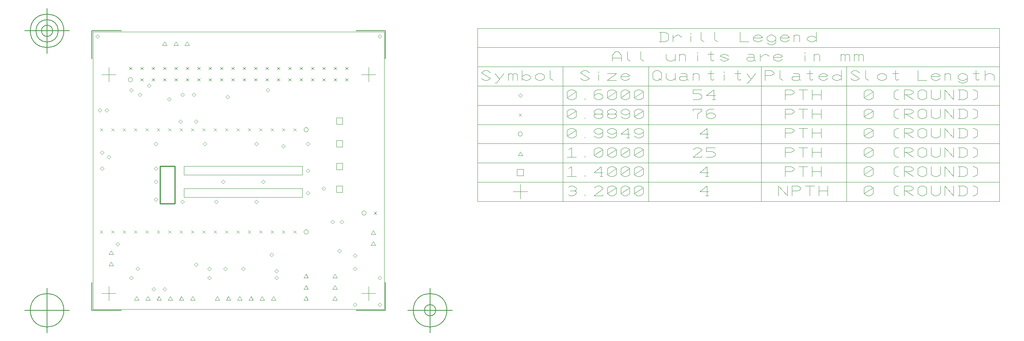
<source format=gbr>
G04 Generated by Ultiboard 14.0 *
%FSLAX34Y34*%
%MOMM*%

%ADD10C,0.0001*%
%ADD11C,0.1000*%
%ADD12C,0.0100*%
%ADD13C,0.0010*%
%ADD14C,0.2540*%
%ADD15C,0.1270*%


G04 ColorRGB 000000 for the following layer *
%LNDrill Symbols-Copper Top-Copper Bottom*%
%LPD*%
G54D11*
X35000Y19000D02*
X35000Y51000D01*
X19000Y35000D02*
X51000Y35000D01*
X599000Y525000D02*
X631000Y525000D01*
X615000Y509000D02*
X615000Y541000D01*
X19000Y525000D02*
X51000Y525000D01*
X35000Y509000D02*
X35000Y541000D01*
X599000Y35000D02*
X631000Y35000D01*
X615000Y19000D02*
X615000Y51000D01*
X543000Y261800D02*
X557000Y261800D01*
X557000Y275800D01*
X543000Y275800D01*
X543000Y261800D01*
X543000Y312600D02*
X557000Y312600D01*
X557000Y326600D01*
X543000Y326600D01*
X543000Y312600D01*
X543000Y363400D02*
X557000Y363400D01*
X557000Y377400D01*
X543000Y377400D01*
X543000Y363400D01*
X543000Y414200D02*
X557000Y414200D01*
X557000Y428200D01*
X543000Y428200D01*
X543000Y414200D01*
X217500Y19750D02*
X227500Y19750D01*
X222500Y28286D01*
X217500Y19750D01*
X192500Y19750D02*
X202500Y19750D01*
X197500Y28286D01*
X192500Y19750D01*
X167500Y19750D02*
X177500Y19750D01*
X172500Y28286D01*
X167500Y19750D01*
X142500Y19750D02*
X152500Y19750D01*
X147500Y28286D01*
X142500Y19750D01*
X117500Y19750D02*
X127500Y19750D01*
X122500Y28286D01*
X117500Y19750D01*
X92500Y19750D02*
X102500Y19750D01*
X97500Y28286D01*
X92500Y19750D01*
X397500Y19750D02*
X407500Y19750D01*
X402500Y28286D01*
X397500Y19750D01*
X372500Y19750D02*
X382500Y19750D01*
X377500Y28286D01*
X372500Y19750D01*
X347500Y19750D02*
X357500Y19750D01*
X352500Y28286D01*
X347500Y19750D01*
X322500Y19750D02*
X332500Y19750D01*
X327500Y28286D01*
X322500Y19750D01*
X297500Y19750D02*
X307500Y19750D01*
X302500Y28286D01*
X297500Y19750D01*
X272500Y19750D02*
X282500Y19750D01*
X277500Y28286D01*
X272500Y19750D01*
X470250Y70000D02*
X480250Y70000D01*
X475250Y78536D01*
X470250Y70000D01*
X470250Y45000D02*
X480250Y45000D01*
X475250Y53536D01*
X470250Y45000D01*
X470250Y20000D02*
X480250Y20000D01*
X475250Y28536D01*
X470250Y20000D01*
X535250Y70000D02*
X545250Y70000D01*
X540250Y78536D01*
X535250Y70000D01*
X535250Y45000D02*
X545250Y45000D01*
X540250Y53536D01*
X535250Y45000D01*
X535250Y20000D02*
X545250Y20000D01*
X540250Y28536D01*
X535250Y20000D01*
X620250Y167500D02*
X630250Y167500D01*
X625250Y176036D01*
X620250Y167500D01*
X620250Y142500D02*
X630250Y142500D01*
X625250Y151036D01*
X620250Y142500D01*
X35250Y122500D02*
X45250Y122500D01*
X40250Y131036D01*
X35250Y122500D01*
X35250Y97500D02*
X45250Y97500D01*
X40250Y106036D01*
X35250Y97500D01*
X155000Y590250D02*
X165000Y590250D01*
X160000Y598786D01*
X155000Y590250D01*
X180000Y590250D02*
X190000Y590250D01*
X185000Y598786D01*
X180000Y590250D01*
X205000Y590250D02*
X215000Y590250D01*
X210000Y598786D01*
X205000Y590250D01*
X953770Y246770D02*
X953770Y278770D01*
X937770Y262770D02*
X969770Y262770D01*
X1061437Y273484D02*
X1064770Y275627D01*
X1071437Y275627D01*
X1078103Y271341D01*
X1078103Y267056D01*
X1074770Y264913D01*
X1078103Y262770D01*
X1078103Y258484D01*
X1071437Y254199D01*
X1064770Y254199D01*
X1061437Y256341D01*
X1064770Y264913D02*
X1074770Y264913D01*
X1098103Y254199D02*
X1098103Y256341D01*
X1118103Y271341D02*
X1124770Y275627D01*
X1131437Y275627D01*
X1138103Y271341D01*
X1138103Y269199D01*
X1118103Y254199D01*
X1138103Y254199D01*
X1138103Y256341D01*
X1148103Y271341D02*
X1154770Y275627D01*
X1161437Y275627D01*
X1168103Y271341D01*
X1168103Y258484D01*
X1161437Y254199D01*
X1154770Y254199D01*
X1148103Y258484D01*
X1148103Y271341D01*
X1168103Y271341D02*
X1148103Y258484D01*
X1178103Y271341D02*
X1184770Y275627D01*
X1191437Y275627D01*
X1198103Y271341D01*
X1198103Y258484D01*
X1191437Y254199D01*
X1184770Y254199D01*
X1178103Y258484D01*
X1178103Y271341D01*
X1198103Y271341D02*
X1178103Y258484D01*
X1208103Y271341D02*
X1214770Y275627D01*
X1221437Y275627D01*
X1228103Y271341D01*
X1228103Y258484D01*
X1221437Y254199D01*
X1214770Y254199D01*
X1208103Y258484D01*
X1208103Y271341D01*
X1228103Y271341D02*
X1208103Y258484D01*
X1374103Y262770D02*
X1354103Y262770D01*
X1370770Y275627D01*
X1370770Y254199D01*
X1367437Y254199D02*
X1374103Y254199D01*
X1530103Y254199D02*
X1530103Y275627D01*
X1550103Y254199D01*
X1550103Y275627D01*
X1560103Y254199D02*
X1560103Y275627D01*
X1573437Y275627D01*
X1580103Y271341D01*
X1580103Y269199D01*
X1573437Y264913D01*
X1560103Y264913D01*
X1600103Y254199D02*
X1600103Y275627D01*
X1590103Y275627D02*
X1610103Y275627D01*
X1620103Y254199D02*
X1620103Y275627D01*
X1640103Y254199D02*
X1640103Y275627D01*
X1620103Y264913D02*
X1640103Y264913D01*
X1721103Y271341D02*
X1727770Y275627D01*
X1734437Y275627D01*
X1741103Y271341D01*
X1741103Y258484D01*
X1734437Y254199D01*
X1727770Y254199D01*
X1721103Y258484D01*
X1721103Y271341D01*
X1741103Y271341D02*
X1721103Y258484D01*
X1797770Y254199D02*
X1794437Y254199D01*
X1787770Y258484D01*
X1787770Y271341D01*
X1794437Y275627D01*
X1797770Y275627D01*
X1811103Y254199D02*
X1811103Y275627D01*
X1824437Y275627D01*
X1831103Y271341D01*
X1831103Y269199D01*
X1824437Y264913D01*
X1811103Y264913D01*
X1814437Y264913D02*
X1831103Y254199D01*
X1841103Y258484D02*
X1847770Y254199D01*
X1854437Y254199D01*
X1861103Y258484D01*
X1861103Y271341D01*
X1854437Y275627D01*
X1847770Y275627D01*
X1841103Y271341D01*
X1841103Y258484D01*
X1871103Y275627D02*
X1871103Y258484D01*
X1877770Y254199D01*
X1884437Y254199D01*
X1891103Y258484D01*
X1891103Y275627D01*
X1901103Y254199D02*
X1901103Y275627D01*
X1921103Y254199D01*
X1921103Y275627D01*
X1931103Y254199D02*
X1944437Y254199D01*
X1951103Y258484D01*
X1951103Y271341D01*
X1944437Y275627D01*
X1931103Y275627D01*
X1934437Y275627D02*
X1934437Y254199D01*
X1964437Y275627D02*
X1967770Y275627D01*
X1974437Y271341D01*
X1974437Y258484D01*
X1967770Y254199D01*
X1964437Y254199D01*
X946770Y298770D02*
X960770Y298770D01*
X960770Y312770D01*
X946770Y312770D01*
X946770Y298770D01*
X1061437Y314341D02*
X1068103Y318627D01*
X1068103Y297199D01*
X1058103Y297199D02*
X1078103Y297199D01*
X1098103Y297199D02*
X1098103Y299341D01*
X1138103Y305770D02*
X1118103Y305770D01*
X1134770Y318627D01*
X1134770Y297199D01*
X1131437Y297199D02*
X1138103Y297199D01*
X1148103Y314341D02*
X1154770Y318627D01*
X1161437Y318627D01*
X1168103Y314341D01*
X1168103Y301484D01*
X1161437Y297199D01*
X1154770Y297199D01*
X1148103Y301484D01*
X1148103Y314341D01*
X1168103Y314341D02*
X1148103Y301484D01*
X1178103Y314341D02*
X1184770Y318627D01*
X1191437Y318627D01*
X1198103Y314341D01*
X1198103Y301484D01*
X1191437Y297199D01*
X1184770Y297199D01*
X1178103Y301484D01*
X1178103Y314341D01*
X1198103Y314341D02*
X1178103Y301484D01*
X1208103Y314341D02*
X1214770Y318627D01*
X1221437Y318627D01*
X1228103Y314341D01*
X1228103Y301484D01*
X1221437Y297199D01*
X1214770Y297199D01*
X1208103Y301484D01*
X1208103Y314341D01*
X1228103Y314341D02*
X1208103Y301484D01*
X1374103Y305770D02*
X1354103Y305770D01*
X1370770Y318627D01*
X1370770Y297199D01*
X1367437Y297199D02*
X1374103Y297199D01*
X1545103Y297199D02*
X1545103Y318627D01*
X1558437Y318627D01*
X1565103Y314341D01*
X1565103Y312199D01*
X1558437Y307913D01*
X1545103Y307913D01*
X1585103Y297199D02*
X1585103Y318627D01*
X1575103Y318627D02*
X1595103Y318627D01*
X1605103Y297199D02*
X1605103Y318627D01*
X1625103Y297199D02*
X1625103Y318627D01*
X1605103Y307913D02*
X1625103Y307913D01*
X1721103Y314341D02*
X1727770Y318627D01*
X1734437Y318627D01*
X1741103Y314341D01*
X1741103Y301484D01*
X1734437Y297199D01*
X1727770Y297199D01*
X1721103Y301484D01*
X1721103Y314341D01*
X1741103Y314341D02*
X1721103Y301484D01*
X1797770Y297199D02*
X1794437Y297199D01*
X1787770Y301484D01*
X1787770Y314341D01*
X1794437Y318627D01*
X1797770Y318627D01*
X1811103Y297199D02*
X1811103Y318627D01*
X1824437Y318627D01*
X1831103Y314341D01*
X1831103Y312199D01*
X1824437Y307913D01*
X1811103Y307913D01*
X1814437Y307913D02*
X1831103Y297199D01*
X1841103Y301484D02*
X1847770Y297199D01*
X1854437Y297199D01*
X1861103Y301484D01*
X1861103Y314341D01*
X1854437Y318627D01*
X1847770Y318627D01*
X1841103Y314341D01*
X1841103Y301484D01*
X1871103Y318627D02*
X1871103Y301484D01*
X1877770Y297199D01*
X1884437Y297199D01*
X1891103Y301484D01*
X1891103Y318627D01*
X1901103Y297199D02*
X1901103Y318627D01*
X1921103Y297199D01*
X1921103Y318627D01*
X1931103Y297199D02*
X1944437Y297199D01*
X1951103Y301484D01*
X1951103Y314341D01*
X1944437Y318627D01*
X1931103Y318627D01*
X1934437Y318627D02*
X1934437Y297199D01*
X1964437Y318627D02*
X1967770Y318627D01*
X1974437Y314341D01*
X1974437Y301484D01*
X1967770Y297199D01*
X1964437Y297199D01*
X1061437Y357341D02*
X1068103Y361627D01*
X1068103Y340199D01*
X1058103Y340199D02*
X1078103Y340199D01*
X1098103Y340199D02*
X1098103Y342341D01*
X1118103Y357341D02*
X1124770Y361627D01*
X1131437Y361627D01*
X1138103Y357341D01*
X1138103Y344484D01*
X1131437Y340199D01*
X1124770Y340199D01*
X1118103Y344484D01*
X1118103Y357341D01*
X1138103Y357341D02*
X1118103Y344484D01*
X1148103Y357341D02*
X1154770Y361627D01*
X1161437Y361627D01*
X1168103Y357341D01*
X1168103Y344484D01*
X1161437Y340199D01*
X1154770Y340199D01*
X1148103Y344484D01*
X1148103Y357341D01*
X1168103Y357341D02*
X1148103Y344484D01*
X1178103Y357341D02*
X1184770Y361627D01*
X1191437Y361627D01*
X1198103Y357341D01*
X1198103Y344484D01*
X1191437Y340199D01*
X1184770Y340199D01*
X1178103Y344484D01*
X1178103Y357341D01*
X1198103Y357341D02*
X1178103Y344484D01*
X1208103Y357341D02*
X1214770Y361627D01*
X1221437Y361627D01*
X1228103Y357341D01*
X1228103Y344484D01*
X1221437Y340199D01*
X1214770Y340199D01*
X1208103Y344484D01*
X1208103Y357341D01*
X1228103Y357341D02*
X1208103Y344484D01*
X1339103Y357341D02*
X1345770Y361627D01*
X1352437Y361627D01*
X1359103Y357341D01*
X1359103Y355199D01*
X1339103Y340199D01*
X1359103Y340199D01*
X1359103Y342341D01*
X1389103Y361627D02*
X1369103Y361627D01*
X1369103Y353056D01*
X1382437Y353056D01*
X1389103Y348770D01*
X1389103Y344484D01*
X1382437Y340199D01*
X1369103Y340199D01*
X1545103Y340199D02*
X1545103Y361627D01*
X1558437Y361627D01*
X1565103Y357341D01*
X1565103Y355199D01*
X1558437Y350913D01*
X1545103Y350913D01*
X1585103Y340199D02*
X1585103Y361627D01*
X1575103Y361627D02*
X1595103Y361627D01*
X1605103Y340199D02*
X1605103Y361627D01*
X1625103Y340199D02*
X1625103Y361627D01*
X1605103Y350913D02*
X1625103Y350913D01*
X1721103Y357341D02*
X1727770Y361627D01*
X1734437Y361627D01*
X1741103Y357341D01*
X1741103Y344484D01*
X1734437Y340199D01*
X1727770Y340199D01*
X1721103Y344484D01*
X1721103Y357341D01*
X1741103Y357341D02*
X1721103Y344484D01*
X1797770Y340199D02*
X1794437Y340199D01*
X1787770Y344484D01*
X1787770Y357341D01*
X1794437Y361627D01*
X1797770Y361627D01*
X1811103Y340199D02*
X1811103Y361627D01*
X1824437Y361627D01*
X1831103Y357341D01*
X1831103Y355199D01*
X1824437Y350913D01*
X1811103Y350913D01*
X1814437Y350913D02*
X1831103Y340199D01*
X1841103Y344484D02*
X1847770Y340199D01*
X1854437Y340199D01*
X1861103Y344484D01*
X1861103Y357341D01*
X1854437Y361627D01*
X1847770Y361627D01*
X1841103Y357341D01*
X1841103Y344484D01*
X1871103Y361627D02*
X1871103Y344484D01*
X1877770Y340199D01*
X1884437Y340199D01*
X1891103Y344484D01*
X1891103Y361627D01*
X1901103Y340199D02*
X1901103Y361627D01*
X1921103Y340199D01*
X1921103Y361627D01*
X1931103Y340199D02*
X1944437Y340199D01*
X1951103Y344484D01*
X1951103Y357341D01*
X1944437Y361627D01*
X1931103Y361627D01*
X1934437Y361627D02*
X1934437Y340199D01*
X1964437Y361627D02*
X1967770Y361627D01*
X1974437Y357341D01*
X1974437Y344484D01*
X1967770Y340199D01*
X1964437Y340199D01*
X948770Y343770D02*
X958770Y343770D01*
X953770Y352306D01*
X948770Y343770D01*
X1058103Y400341D02*
X1064770Y404627D01*
X1071437Y404627D01*
X1078103Y400341D01*
X1078103Y387484D01*
X1071437Y383199D01*
X1064770Y383199D01*
X1058103Y387484D01*
X1058103Y400341D01*
X1078103Y400341D02*
X1058103Y387484D01*
X1098103Y383199D02*
X1098103Y385341D01*
X1118103Y387484D02*
X1124770Y383199D01*
X1131437Y383199D01*
X1138103Y387484D01*
X1138103Y396056D01*
X1138103Y400341D01*
X1131437Y404627D01*
X1124770Y404627D01*
X1118103Y400341D01*
X1118103Y396056D01*
X1124770Y391770D01*
X1131437Y391770D01*
X1138103Y396056D01*
X1148103Y387484D02*
X1154770Y383199D01*
X1161437Y383199D01*
X1168103Y387484D01*
X1168103Y396056D01*
X1168103Y400341D01*
X1161437Y404627D01*
X1154770Y404627D01*
X1148103Y400341D01*
X1148103Y396056D01*
X1154770Y391770D01*
X1161437Y391770D01*
X1168103Y396056D01*
X1198103Y391770D02*
X1178103Y391770D01*
X1194770Y404627D01*
X1194770Y383199D01*
X1191437Y383199D02*
X1198103Y383199D01*
X1208103Y387484D02*
X1214770Y383199D01*
X1221437Y383199D01*
X1228103Y387484D01*
X1228103Y396056D01*
X1228103Y400341D01*
X1221437Y404627D01*
X1214770Y404627D01*
X1208103Y400341D01*
X1208103Y396056D01*
X1214770Y391770D01*
X1221437Y391770D01*
X1228103Y396056D01*
X1374103Y391770D02*
X1354103Y391770D01*
X1370770Y404627D01*
X1370770Y383199D01*
X1367437Y383199D02*
X1374103Y383199D01*
X1545103Y383199D02*
X1545103Y404627D01*
X1558437Y404627D01*
X1565103Y400341D01*
X1565103Y398199D01*
X1558437Y393913D01*
X1545103Y393913D01*
X1585103Y383199D02*
X1585103Y404627D01*
X1575103Y404627D02*
X1595103Y404627D01*
X1605103Y383199D02*
X1605103Y404627D01*
X1625103Y383199D02*
X1625103Y404627D01*
X1605103Y393913D02*
X1625103Y393913D01*
X1721103Y400341D02*
X1727770Y404627D01*
X1734437Y404627D01*
X1741103Y400341D01*
X1741103Y387484D01*
X1734437Y383199D01*
X1727770Y383199D01*
X1721103Y387484D01*
X1721103Y400341D01*
X1741103Y400341D02*
X1721103Y387484D01*
X1797770Y383199D02*
X1794437Y383199D01*
X1787770Y387484D01*
X1787770Y400341D01*
X1794437Y404627D01*
X1797770Y404627D01*
X1811103Y383199D02*
X1811103Y404627D01*
X1824437Y404627D01*
X1831103Y400341D01*
X1831103Y398199D01*
X1824437Y393913D01*
X1811103Y393913D01*
X1814437Y393913D02*
X1831103Y383199D01*
X1841103Y387484D02*
X1847770Y383199D01*
X1854437Y383199D01*
X1861103Y387484D01*
X1861103Y400341D01*
X1854437Y404627D01*
X1847770Y404627D01*
X1841103Y400341D01*
X1841103Y387484D01*
X1871103Y404627D02*
X1871103Y387484D01*
X1877770Y383199D01*
X1884437Y383199D01*
X1891103Y387484D01*
X1891103Y404627D01*
X1901103Y383199D02*
X1901103Y404627D01*
X1921103Y383199D01*
X1921103Y404627D01*
X1931103Y383199D02*
X1944437Y383199D01*
X1951103Y387484D01*
X1951103Y400341D01*
X1944437Y404627D01*
X1931103Y404627D01*
X1934437Y404627D02*
X1934437Y383199D01*
X1964437Y404627D02*
X1967770Y404627D01*
X1974437Y400341D01*
X1974437Y387484D01*
X1967770Y383199D01*
X1964437Y383199D01*
X1058103Y443341D02*
X1064770Y447627D01*
X1071437Y447627D01*
X1078103Y443341D01*
X1078103Y430484D01*
X1071437Y426199D01*
X1064770Y426199D01*
X1058103Y430484D01*
X1058103Y443341D01*
X1078103Y443341D02*
X1058103Y430484D01*
X1098103Y426199D02*
X1098103Y428341D01*
X1131437Y426199D02*
X1124770Y426199D01*
X1118103Y430484D01*
X1118103Y434770D01*
X1121437Y436913D01*
X1118103Y439056D01*
X1118103Y443341D01*
X1124770Y447627D01*
X1131437Y447627D01*
X1138103Y443341D01*
X1138103Y439056D01*
X1134770Y436913D01*
X1138103Y434770D01*
X1138103Y430484D01*
X1131437Y426199D01*
X1121437Y436913D02*
X1134770Y436913D01*
X1161437Y426199D02*
X1154770Y426199D01*
X1148103Y430484D01*
X1148103Y434770D01*
X1151437Y436913D01*
X1148103Y439056D01*
X1148103Y443341D01*
X1154770Y447627D01*
X1161437Y447627D01*
X1168103Y443341D01*
X1168103Y439056D01*
X1164770Y436913D01*
X1168103Y434770D01*
X1168103Y430484D01*
X1161437Y426199D01*
X1151437Y436913D02*
X1164770Y436913D01*
X1178103Y430484D02*
X1184770Y426199D01*
X1191437Y426199D01*
X1198103Y430484D01*
X1198103Y439056D01*
X1198103Y443341D01*
X1191437Y447627D01*
X1184770Y447627D01*
X1178103Y443341D01*
X1178103Y439056D01*
X1184770Y434770D01*
X1191437Y434770D01*
X1198103Y439056D01*
X1208103Y443341D02*
X1214770Y447627D01*
X1221437Y447627D01*
X1228103Y443341D01*
X1228103Y430484D01*
X1221437Y426199D01*
X1214770Y426199D01*
X1208103Y430484D01*
X1208103Y443341D01*
X1228103Y443341D02*
X1208103Y430484D01*
X1349103Y426199D02*
X1349103Y436913D01*
X1359103Y443341D01*
X1359103Y447627D01*
X1339103Y447627D01*
X1339103Y443341D01*
X1385770Y447627D02*
X1375770Y447627D01*
X1369103Y443341D01*
X1369103Y434770D01*
X1369103Y430484D01*
X1375770Y426199D01*
X1382437Y426199D01*
X1389103Y430484D01*
X1389103Y434770D01*
X1382437Y439056D01*
X1375770Y439056D01*
X1369103Y434770D01*
X1545103Y426199D02*
X1545103Y447627D01*
X1558437Y447627D01*
X1565103Y443341D01*
X1565103Y441199D01*
X1558437Y436913D01*
X1545103Y436913D01*
X1585103Y426199D02*
X1585103Y447627D01*
X1575103Y447627D02*
X1595103Y447627D01*
X1605103Y426199D02*
X1605103Y447627D01*
X1625103Y426199D02*
X1625103Y447627D01*
X1605103Y436913D02*
X1625103Y436913D01*
X1721103Y443341D02*
X1727770Y447627D01*
X1734437Y447627D01*
X1741103Y443341D01*
X1741103Y430484D01*
X1734437Y426199D01*
X1727770Y426199D01*
X1721103Y430484D01*
X1721103Y443341D01*
X1741103Y443341D02*
X1721103Y430484D01*
X1797770Y426199D02*
X1794437Y426199D01*
X1787770Y430484D01*
X1787770Y443341D01*
X1794437Y447627D01*
X1797770Y447627D01*
X1811103Y426199D02*
X1811103Y447627D01*
X1824437Y447627D01*
X1831103Y443341D01*
X1831103Y441199D01*
X1824437Y436913D01*
X1811103Y436913D01*
X1814437Y436913D02*
X1831103Y426199D01*
X1841103Y430484D02*
X1847770Y426199D01*
X1854437Y426199D01*
X1861103Y430484D01*
X1861103Y443341D01*
X1854437Y447627D01*
X1847770Y447627D01*
X1841103Y443341D01*
X1841103Y430484D01*
X1871103Y447627D02*
X1871103Y430484D01*
X1877770Y426199D01*
X1884437Y426199D01*
X1891103Y430484D01*
X1891103Y447627D01*
X1901103Y426199D02*
X1901103Y447627D01*
X1921103Y426199D01*
X1921103Y447627D01*
X1931103Y426199D02*
X1944437Y426199D01*
X1951103Y430484D01*
X1951103Y443341D01*
X1944437Y447627D01*
X1931103Y447627D01*
X1934437Y447627D02*
X1934437Y426199D01*
X1964437Y447627D02*
X1967770Y447627D01*
X1974437Y443341D01*
X1974437Y430484D01*
X1967770Y426199D01*
X1964437Y426199D01*
X1058103Y486341D02*
X1064770Y490627D01*
X1071437Y490627D01*
X1078103Y486341D01*
X1078103Y473484D01*
X1071437Y469199D01*
X1064770Y469199D01*
X1058103Y473484D01*
X1058103Y486341D01*
X1078103Y486341D02*
X1058103Y473484D01*
X1098103Y469199D02*
X1098103Y471341D01*
X1134770Y490627D02*
X1124770Y490627D01*
X1118103Y486341D01*
X1118103Y477770D01*
X1118103Y473484D01*
X1124770Y469199D01*
X1131437Y469199D01*
X1138103Y473484D01*
X1138103Y477770D01*
X1131437Y482056D01*
X1124770Y482056D01*
X1118103Y477770D01*
X1148103Y486341D02*
X1154770Y490627D01*
X1161437Y490627D01*
X1168103Y486341D01*
X1168103Y473484D01*
X1161437Y469199D01*
X1154770Y469199D01*
X1148103Y473484D01*
X1148103Y486341D01*
X1168103Y486341D02*
X1148103Y473484D01*
X1178103Y486341D02*
X1184770Y490627D01*
X1191437Y490627D01*
X1198103Y486341D01*
X1198103Y473484D01*
X1191437Y469199D01*
X1184770Y469199D01*
X1178103Y473484D01*
X1178103Y486341D01*
X1198103Y486341D02*
X1178103Y473484D01*
X1208103Y486341D02*
X1214770Y490627D01*
X1221437Y490627D01*
X1228103Y486341D01*
X1228103Y473484D01*
X1221437Y469199D01*
X1214770Y469199D01*
X1208103Y473484D01*
X1208103Y486341D01*
X1228103Y486341D02*
X1208103Y473484D01*
X1359103Y490627D02*
X1339103Y490627D01*
X1339103Y482056D01*
X1352437Y482056D01*
X1359103Y477770D01*
X1359103Y473484D01*
X1352437Y469199D01*
X1339103Y469199D01*
X1389103Y477770D02*
X1369103Y477770D01*
X1385770Y490627D01*
X1385770Y469199D01*
X1382437Y469199D02*
X1389103Y469199D01*
X1545103Y469199D02*
X1545103Y490627D01*
X1558437Y490627D01*
X1565103Y486341D01*
X1565103Y484199D01*
X1558437Y479913D01*
X1545103Y479913D01*
X1585103Y469199D02*
X1585103Y490627D01*
X1575103Y490627D02*
X1595103Y490627D01*
X1605103Y469199D02*
X1605103Y490627D01*
X1625103Y469199D02*
X1625103Y490627D01*
X1605103Y479913D02*
X1625103Y479913D01*
X1721103Y486341D02*
X1727770Y490627D01*
X1734437Y490627D01*
X1741103Y486341D01*
X1741103Y473484D01*
X1734437Y469199D01*
X1727770Y469199D01*
X1721103Y473484D01*
X1721103Y486341D01*
X1741103Y486341D02*
X1721103Y473484D01*
X1797770Y469199D02*
X1794437Y469199D01*
X1787770Y473484D01*
X1787770Y486341D01*
X1794437Y490627D01*
X1797770Y490627D01*
X1811103Y469199D02*
X1811103Y490627D01*
X1824437Y490627D01*
X1831103Y486341D01*
X1831103Y484199D01*
X1824437Y479913D01*
X1811103Y479913D01*
X1814437Y479913D02*
X1831103Y469199D01*
X1841103Y473484D02*
X1847770Y469199D01*
X1854437Y469199D01*
X1861103Y473484D01*
X1861103Y486341D01*
X1854437Y490627D01*
X1847770Y490627D01*
X1841103Y486341D01*
X1841103Y473484D01*
X1871103Y490627D02*
X1871103Y473484D01*
X1877770Y469199D01*
X1884437Y469199D01*
X1891103Y473484D01*
X1891103Y490627D01*
X1901103Y469199D02*
X1901103Y490627D01*
X1921103Y469199D01*
X1921103Y490627D01*
X1931103Y469199D02*
X1944437Y469199D01*
X1951103Y473484D01*
X1951103Y486341D01*
X1944437Y490627D01*
X1931103Y490627D01*
X1934437Y490627D02*
X1934437Y469199D01*
X1964437Y490627D02*
X1967770Y490627D01*
X1974437Y486341D01*
X1974437Y473484D01*
X1967770Y469199D01*
X1964437Y469199D01*
G54D12*
X563173Y510173D02*
X569459Y516459D01*
X563173Y516459D02*
X569459Y510173D01*
X563173Y535573D02*
X569459Y541859D01*
X563173Y541859D02*
X569459Y535573D01*
X232973Y510173D02*
X239259Y516459D01*
X232973Y516459D02*
X239259Y510173D01*
X232973Y541859D02*
X239259Y535573D01*
X232973Y535573D02*
X239259Y541859D01*
X78741Y513316D02*
G75*
D01*
G02X78741Y513316I4975J0*
G01*
X80573Y535573D02*
X86859Y541859D01*
X80573Y541859D02*
X86859Y535573D01*
X156773Y516459D02*
X163059Y510173D01*
X156773Y510173D02*
X163059Y516459D01*
X156773Y535573D02*
X163059Y541859D01*
X156773Y541859D02*
X163059Y535573D01*
X105973Y510173D02*
X112259Y516459D01*
X105973Y516459D02*
X112259Y510173D01*
X105973Y541859D02*
X112259Y535573D01*
X105973Y535573D02*
X112259Y541859D01*
X131373Y510173D02*
X137659Y516459D01*
X131373Y516459D02*
X137659Y510173D01*
X131373Y541859D02*
X137659Y535573D01*
X131373Y535573D02*
X137659Y541859D01*
X182173Y510173D02*
X188459Y516459D01*
X182173Y516459D02*
X188459Y510173D01*
X182173Y541859D02*
X188459Y535573D01*
X182173Y535573D02*
X188459Y541859D01*
X207573Y510173D02*
X213859Y516459D01*
X207573Y516459D02*
X213859Y510173D01*
X207573Y535573D02*
X213859Y541859D01*
X207573Y541859D02*
X213859Y535573D01*
X385373Y510173D02*
X391659Y516459D01*
X385373Y516459D02*
X391659Y510173D01*
X385373Y541859D02*
X391659Y535573D01*
X385373Y535573D02*
X391659Y541859D01*
X309173Y510173D02*
X315459Y516459D01*
X309173Y516459D02*
X315459Y510173D01*
X309173Y535573D02*
X315459Y541859D01*
X309173Y541859D02*
X315459Y535573D01*
X283773Y516459D02*
X290059Y510173D01*
X283773Y510173D02*
X290059Y516459D01*
X283773Y535573D02*
X290059Y541859D01*
X283773Y541859D02*
X290059Y535573D01*
X258373Y516459D02*
X264659Y510173D01*
X258373Y510173D02*
X264659Y516459D01*
X258373Y535573D02*
X264659Y541859D01*
X258373Y541859D02*
X264659Y535573D01*
X359973Y510173D02*
X366259Y516459D01*
X359973Y516459D02*
X366259Y510173D01*
X359973Y535573D02*
X366259Y541859D01*
X359973Y541859D02*
X366259Y535573D01*
X334573Y516459D02*
X340859Y510173D01*
X334573Y510173D02*
X340859Y516459D01*
X334573Y535573D02*
X340859Y541859D01*
X334573Y541859D02*
X340859Y535573D01*
X436173Y510173D02*
X442459Y516459D01*
X436173Y516459D02*
X442459Y510173D01*
X436173Y541859D02*
X442459Y535573D01*
X436173Y535573D02*
X442459Y541859D01*
X410773Y516459D02*
X417059Y510173D01*
X410773Y510173D02*
X417059Y516459D01*
X410773Y535573D02*
X417059Y541859D01*
X410773Y541859D02*
X417059Y535573D01*
X461573Y510173D02*
X467859Y516459D01*
X461573Y516459D02*
X467859Y510173D01*
X461573Y535573D02*
X467859Y541859D01*
X461573Y541859D02*
X467859Y535573D01*
X512373Y516459D02*
X518659Y510173D01*
X512373Y510173D02*
X518659Y516459D01*
X512373Y541859D02*
X518659Y535573D01*
X512373Y535573D02*
X518659Y541859D01*
X486973Y516459D02*
X493259Y510173D01*
X486973Y510173D02*
X493259Y516459D01*
X486973Y541859D02*
X493259Y535573D01*
X486973Y535573D02*
X493259Y541859D01*
X537773Y516459D02*
X544059Y510173D01*
X537773Y510173D02*
X544059Y516459D01*
X537773Y541859D02*
X544059Y535573D01*
X537773Y535573D02*
X544059Y541859D01*
X85000Y65757D02*
X89243Y70000D01*
X85000Y74243D01*
X80757Y70000D01*
X85000Y65757D01*
X480000Y365757D02*
X484243Y370000D01*
X480000Y374243D01*
X475757Y370000D01*
X480000Y365757D01*
X300000Y470757D02*
X304243Y475000D01*
X300000Y479243D01*
X295757Y475000D01*
X300000Y470757D01*
X535000Y190757D02*
X539243Y195000D01*
X535000Y199243D01*
X530757Y195000D01*
X535000Y190757D01*
X290000Y280757D02*
X294243Y285000D01*
X290000Y289243D01*
X285757Y285000D01*
X290000Y280757D01*
X200000Y235757D02*
X204243Y240000D01*
X200000Y244243D01*
X195757Y240000D01*
X200000Y235757D01*
X275000Y235757D02*
X279243Y240000D01*
X275000Y244243D01*
X270757Y240000D01*
X275000Y235757D01*
X140000Y240757D02*
X144243Y245000D01*
X140000Y249243D01*
X135757Y245000D01*
X140000Y240757D01*
X140000Y310757D02*
X144243Y315000D01*
X140000Y319243D01*
X135757Y315000D01*
X140000Y310757D01*
X140000Y280757D02*
X144243Y285000D01*
X140000Y289243D01*
X135757Y285000D01*
X140000Y280757D01*
X380000Y280757D02*
X384243Y285000D01*
X380000Y289243D01*
X375757Y285000D01*
X380000Y280757D01*
X480000Y255757D02*
X484243Y260000D01*
X480000Y264243D01*
X475757Y260000D01*
X480000Y255757D01*
X480000Y305757D02*
X484243Y310000D01*
X480000Y314243D01*
X475757Y310000D01*
X480000Y305757D01*
X550000Y125757D02*
X554243Y130000D01*
X550000Y134243D01*
X545757Y130000D01*
X550000Y125757D01*
X230000Y95757D02*
X234243Y100000D01*
X230000Y104243D01*
X225757Y100000D01*
X230000Y95757D01*
X55000Y140757D02*
X59243Y145000D01*
X55000Y149243D01*
X50757Y145000D01*
X55000Y140757D01*
X585000Y115757D02*
X589243Y120000D01*
X585000Y124243D01*
X580757Y120000D01*
X585000Y115757D01*
X555000Y190757D02*
X559243Y195000D01*
X555000Y199243D01*
X550757Y195000D01*
X555000Y190757D01*
X20000Y345757D02*
X24243Y350000D01*
X20000Y354243D01*
X15757Y350000D01*
X20000Y345757D01*
X15000Y440757D02*
X19243Y445000D01*
X15000Y449243D01*
X10757Y445000D01*
X15000Y440757D01*
X30000Y440757D02*
X34243Y445000D01*
X30000Y449243D01*
X25757Y445000D01*
X30000Y440757D01*
X515000Y265757D02*
X519243Y270000D01*
X515000Y274243D01*
X510757Y270000D01*
X515000Y265757D01*
X584500Y85957D02*
X588743Y90200D01*
X584500Y94443D01*
X580257Y90200D01*
X584500Y85957D01*
X640000Y65757D02*
X644243Y70000D01*
X640000Y74243D01*
X635757Y70000D01*
X640000Y65757D01*
X585000Y5757D02*
X589243Y10000D01*
X585000Y14243D01*
X580757Y10000D01*
X585000Y5757D01*
X640000Y5757D02*
X644243Y10000D01*
X640000Y14243D01*
X635757Y10000D01*
X640000Y5757D01*
X640000Y605757D02*
X644243Y610000D01*
X640000Y614243D01*
X635757Y610000D01*
X640000Y605757D01*
X10000Y605757D02*
X14243Y610000D01*
X10000Y614243D01*
X5757Y610000D01*
X10000Y605757D01*
X20000Y310757D02*
X24243Y315000D01*
X20000Y319243D01*
X15757Y315000D01*
X20000Y310757D01*
X140000Y365757D02*
X144243Y370000D01*
X140000Y374243D01*
X135757Y370000D01*
X140000Y365757D01*
X250000Y365757D02*
X254243Y370000D01*
X250000Y374243D01*
X245757Y370000D01*
X250000Y365757D01*
X365000Y365757D02*
X369243Y370000D01*
X365000Y374243D01*
X360757Y370000D01*
X365000Y365757D01*
X365000Y235757D02*
X369243Y240000D01*
X365000Y244243D01*
X360757Y240000D01*
X365000Y235757D01*
X425000Y360757D02*
X429243Y365000D01*
X425000Y369243D01*
X420757Y365000D01*
X425000Y360757D01*
X390000Y485757D02*
X394243Y490000D01*
X390000Y494243D01*
X385757Y490000D01*
X390000Y485757D01*
X85000Y485757D02*
X89243Y490000D01*
X85000Y494243D01*
X80757Y490000D01*
X85000Y485757D01*
X105000Y475757D02*
X109243Y480000D01*
X105000Y484243D01*
X100757Y480000D01*
X105000Y475757D01*
X335000Y85757D02*
X339243Y90000D01*
X335000Y94243D01*
X330757Y90000D01*
X335000Y85757D01*
X295000Y85757D02*
X299243Y90000D01*
X295000Y94243D01*
X290757Y90000D01*
X295000Y85757D01*
X410000Y80757D02*
X414243Y85000D01*
X410000Y89243D01*
X405757Y85000D01*
X410000Y80757D01*
X410000Y65757D02*
X414243Y70000D01*
X410000Y74243D01*
X405757Y70000D01*
X410000Y65757D01*
X100000Y85757D02*
X104243Y90000D01*
X100000Y94243D01*
X95757Y90000D01*
X100000Y85757D01*
X135000Y40757D02*
X139243Y45000D01*
X135000Y49243D01*
X130757Y45000D01*
X135000Y40757D01*
X160000Y40757D02*
X164243Y45000D01*
X160000Y49243D01*
X155757Y45000D01*
X160000Y40757D01*
X260000Y85757D02*
X264243Y90000D01*
X260000Y94243D01*
X255757Y90000D01*
X260000Y85757D01*
X260000Y65757D02*
X264243Y70000D01*
X260000Y74243D01*
X255757Y70000D01*
X260000Y65757D01*
X398780Y117677D02*
X403023Y121920D01*
X398780Y126163D01*
X394537Y121920D01*
X398780Y117677D01*
X600025Y215000D02*
G75*
D01*
G02X600025Y215000I4975J0*
G01*
X627257Y218143D02*
X633543Y211857D01*
X627257Y211857D02*
X633543Y218143D01*
X167973Y175827D02*
X174259Y169541D01*
X167973Y169541D02*
X174259Y175827D01*
X320373Y175827D02*
X326659Y169541D01*
X320373Y169541D02*
X326659Y175827D01*
X421973Y175827D02*
X428259Y169541D01*
X421973Y169541D02*
X428259Y175827D01*
X447373Y169541D02*
X453659Y175827D01*
X447373Y175827D02*
X453659Y169541D01*
X470941Y172684D02*
G75*
D01*
G02X470941Y172684I4975J0*
G01*
X345773Y169541D02*
X352059Y175827D01*
X345773Y175827D02*
X352059Y169541D01*
X371173Y169541D02*
X377459Y175827D01*
X371173Y175827D02*
X377459Y169541D01*
X396573Y169541D02*
X402859Y175827D01*
X396573Y175827D02*
X402859Y169541D01*
X244173Y175827D02*
X250459Y169541D01*
X244173Y169541D02*
X250459Y175827D01*
X269573Y169541D02*
X275859Y175827D01*
X269573Y175827D02*
X275859Y169541D01*
X294973Y175827D02*
X301259Y169541D01*
X294973Y169541D02*
X301259Y175827D01*
X193373Y175827D02*
X199659Y169541D01*
X193373Y169541D02*
X199659Y175827D01*
X218773Y175827D02*
X225059Y169541D01*
X218773Y169541D02*
X225059Y175827D01*
X15573Y175827D02*
X21859Y169541D01*
X15573Y169541D02*
X21859Y175827D01*
X91773Y169541D02*
X98059Y175827D01*
X91773Y175827D02*
X98059Y169541D01*
X117173Y175827D02*
X123459Y169541D01*
X117173Y169541D02*
X123459Y175827D01*
X142573Y169541D02*
X148859Y175827D01*
X142573Y175827D02*
X148859Y169541D01*
X40973Y175827D02*
X47259Y169541D01*
X40973Y169541D02*
X47259Y175827D01*
X66373Y169541D02*
X72659Y175827D01*
X66373Y175827D02*
X72659Y169541D01*
X167973Y404427D02*
X174259Y398141D01*
X167973Y398141D02*
X174259Y404427D01*
X320373Y398141D02*
X326659Y404427D01*
X320373Y404427D02*
X326659Y398141D01*
X421973Y404427D02*
X428259Y398141D01*
X421973Y398141D02*
X428259Y404427D01*
X447373Y398141D02*
X453659Y404427D01*
X447373Y404427D02*
X453659Y398141D01*
X470941Y401284D02*
G75*
D01*
G02X470941Y401284I4975J0*
G01*
X345773Y404427D02*
X352059Y398141D01*
X345773Y398141D02*
X352059Y404427D01*
X371173Y404427D02*
X377459Y398141D01*
X371173Y398141D02*
X377459Y404427D01*
X396573Y404427D02*
X402859Y398141D01*
X396573Y398141D02*
X402859Y404427D01*
X244173Y398141D02*
X250459Y404427D01*
X244173Y404427D02*
X250459Y398141D01*
X269573Y398141D02*
X275859Y404427D01*
X269573Y404427D02*
X275859Y398141D01*
X294973Y404427D02*
X301259Y398141D01*
X294973Y398141D02*
X301259Y404427D01*
X193373Y404427D02*
X199659Y398141D01*
X193373Y398141D02*
X199659Y404427D01*
X218773Y404427D02*
X225059Y398141D01*
X218773Y398141D02*
X225059Y404427D01*
X15573Y398141D02*
X21859Y404427D01*
X15573Y404427D02*
X21859Y398141D01*
X91773Y398141D02*
X98059Y404427D01*
X91773Y404427D02*
X98059Y398141D01*
X117173Y404427D02*
X123459Y398141D01*
X117173Y398141D02*
X123459Y404427D01*
X142573Y404427D02*
X148859Y398141D01*
X142573Y398141D02*
X148859Y404427D01*
X40973Y398141D02*
X47259Y404427D01*
X40973Y404427D02*
X47259Y398141D01*
X66373Y404427D02*
X72659Y398141D01*
X66373Y398141D02*
X72659Y404427D01*
X125000Y495757D02*
X129243Y500000D01*
X125000Y504243D01*
X120757Y500000D01*
X125000Y495757D01*
X200000Y475757D02*
X204243Y480000D01*
X200000Y484243D01*
X195757Y480000D01*
X200000Y475757D01*
X225000Y475757D02*
X229243Y480000D01*
X225000Y484243D01*
X220757Y480000D01*
X225000Y475757D01*
X230000Y415757D02*
X234243Y420000D01*
X230000Y424243D01*
X225757Y420000D01*
X230000Y415757D01*
X195000Y415757D02*
X199243Y420000D01*
X195000Y424243D01*
X190757Y420000D01*
X195000Y415757D01*
X170000Y465757D02*
X174243Y470000D01*
X170000Y474243D01*
X165757Y470000D01*
X170000Y465757D01*
X35000Y335757D02*
X39243Y340000D01*
X35000Y344243D01*
X30757Y340000D01*
X35000Y335757D01*
X948795Y391770D02*
G75*
D01*
G02X948795Y391770I4975J0*
G01*
X950627Y437913D02*
X956913Y431627D01*
X950627Y431627D02*
X956913Y437913D01*
X953770Y473527D02*
X958013Y477770D01*
X953770Y482013D01*
X949527Y477770D01*
X953770Y473527D01*
G04 ColorRGB 00FFFF for the following layer *
%LNBoard Outline*%
%LPD*%
G54D10*
G54D13*
X467360Y270000D02*
X467360Y250000D01*
X203200Y250000D01*
X203200Y270000D01*
X467360Y270000D01*
X203200Y300000D02*
X203200Y320000D01*
X467360Y320000D01*
X467360Y300000D01*
X203200Y300000D01*
X0Y0D02*
X650000Y0D01*
X650000Y620000D01*
X0Y620000D01*
X0Y0D01*
G54D14*
X180340Y320040D02*
X149860Y320040D01*
X149860Y236220D01*
X182880Y236220D01*
X182880Y320040D01*
X180340Y320040D01*
G54D15*
X-2540Y-2540D02*
X-2540Y59968D01*
X-2540Y-2540D02*
X62968Y-2540D01*
X652540Y-2540D02*
X587032Y-2540D01*
X652540Y-2540D02*
X652540Y59968D01*
X652540Y622540D02*
X652540Y560032D01*
X652540Y622540D02*
X587032Y622540D01*
X-2540Y622540D02*
X62968Y622540D01*
X-2540Y622540D02*
X-2540Y560032D01*
X-52540Y-2540D02*
X-152540Y-2540D01*
X-102540Y-52540D02*
X-102540Y47460D01*
X-140040Y-2540D02*
G75*
D01*
G02X-140040Y-2540I37500J0*
G01*
X702540Y-2540D02*
X802540Y-2540D01*
X752540Y-52540D02*
X752540Y47460D01*
X715040Y-2540D02*
G75*
D01*
G02X715040Y-2540I37500J0*
G01*
X740040Y-2540D02*
G75*
D01*
G02X740040Y-2540I12500J0*
G01*
X-52540Y622540D02*
X-152540Y622540D01*
X-102540Y572540D02*
X-102540Y672540D01*
X-140040Y622540D02*
G75*
D01*
G02X-140040Y622540I37500J0*
G01*
X-127540Y622540D02*
G75*
D01*
G02X-127540Y622540I25000J0*
G01*
X-115040Y622540D02*
G75*
D01*
G02X-115040Y622540I12500J0*
G01*
G04 ColorRGB 66FFCC for the following layer *
%LNLegend Description*%
%LPD*%
G54D11*
X858270Y241270D02*
X2023270Y241270D01*
X2023270Y628270D01*
X858270Y628270D01*
X858270Y241270D01*
X1049270Y542270D02*
X1049270Y241270D01*
X1240270Y542270D02*
X1240270Y241270D01*
X1491270Y542270D02*
X1491270Y241270D01*
X1682270Y542270D02*
X1682270Y241270D01*
X2023270Y542270D02*
X2023270Y241270D01*
X858270Y284270D02*
X2023270Y284270D01*
X858270Y327270D02*
X2023270Y327270D01*
X858270Y370270D02*
X2023270Y370270D01*
X858270Y413270D02*
X2023270Y413270D01*
X858270Y456270D02*
X2023270Y456270D01*
X858270Y499270D02*
X2023270Y499270D01*
X867103Y516484D02*
X873770Y512199D01*
X880437Y512199D01*
X887103Y516484D01*
X867103Y529341D01*
X873770Y533627D01*
X880437Y533627D01*
X887103Y529341D01*
X897103Y505770D02*
X900437Y505770D01*
X917103Y527199D01*
X897103Y527199D02*
X907103Y514341D01*
X927103Y512199D02*
X927103Y525056D01*
X927103Y527199D01*
X927103Y525056D02*
X930437Y527199D01*
X933770Y527199D01*
X937103Y525056D01*
X940437Y527199D01*
X943770Y527199D01*
X947103Y525056D01*
X947103Y512199D01*
X937103Y525056D02*
X937103Y512199D01*
X957103Y516484D02*
X963770Y512199D01*
X970437Y512199D01*
X977103Y516484D01*
X977103Y520770D01*
X970437Y525056D01*
X963770Y525056D01*
X957103Y520770D01*
X957103Y533627D02*
X957103Y512199D01*
X987103Y516484D02*
X993770Y512199D01*
X1000437Y512199D01*
X1007103Y516484D01*
X1007103Y522913D01*
X1000437Y527199D01*
X993770Y527199D01*
X987103Y522913D01*
X987103Y516484D01*
X1020437Y533627D02*
X1020437Y516484D01*
X1027103Y512199D01*
X1088103Y516484D02*
X1094770Y512199D01*
X1101437Y512199D01*
X1108103Y516484D01*
X1088103Y529341D01*
X1094770Y533627D01*
X1101437Y533627D01*
X1108103Y529341D01*
X1128103Y512199D02*
X1128103Y525056D01*
X1128103Y529341D02*
X1128103Y531484D01*
X1148103Y527199D02*
X1168103Y527199D01*
X1148103Y512199D01*
X1168103Y512199D01*
X1198103Y516484D02*
X1191437Y512199D01*
X1184770Y512199D01*
X1178103Y516484D01*
X1178103Y522913D01*
X1184770Y527199D01*
X1191437Y527199D01*
X1198103Y522913D01*
X1194770Y520770D01*
X1178103Y520770D01*
X1249103Y516484D02*
X1255770Y512199D01*
X1262437Y512199D01*
X1269103Y516484D01*
X1269103Y529341D01*
X1262437Y533627D01*
X1255770Y533627D01*
X1249103Y529341D01*
X1249103Y516484D01*
X1262437Y516484D02*
X1269103Y512199D01*
X1279103Y527199D02*
X1279103Y516484D01*
X1285770Y512199D01*
X1292437Y512199D01*
X1299103Y516484D01*
X1299103Y527199D01*
X1299103Y516484D02*
X1299103Y512199D01*
X1312437Y527199D02*
X1322437Y527199D01*
X1325770Y525056D01*
X1325770Y514341D01*
X1322437Y512199D01*
X1312437Y512199D01*
X1309103Y514341D01*
X1309103Y518627D01*
X1312437Y520770D01*
X1325770Y520770D01*
X1325770Y514341D02*
X1329103Y512199D01*
X1339103Y512199D02*
X1339103Y525056D01*
X1339103Y527199D01*
X1339103Y525056D02*
X1342437Y527199D01*
X1349103Y527199D01*
X1352437Y525056D01*
X1352437Y512199D01*
X1385770Y514341D02*
X1382437Y512199D01*
X1379103Y514341D01*
X1379103Y533627D01*
X1372437Y527199D02*
X1385770Y527199D01*
X1409103Y512199D02*
X1409103Y525056D01*
X1409103Y529341D02*
X1409103Y531484D01*
X1445770Y514341D02*
X1442437Y512199D01*
X1439103Y514341D01*
X1439103Y533627D01*
X1432437Y527199D02*
X1445770Y527199D01*
X1459103Y505770D02*
X1462437Y505770D01*
X1479103Y527199D01*
X1459103Y527199D02*
X1469103Y514341D01*
X1500103Y512199D02*
X1500103Y533627D01*
X1513437Y533627D01*
X1520103Y529341D01*
X1520103Y527199D01*
X1513437Y522913D01*
X1500103Y522913D01*
X1533437Y533627D02*
X1533437Y516484D01*
X1540103Y512199D01*
X1563437Y527199D02*
X1573437Y527199D01*
X1576770Y525056D01*
X1576770Y514341D01*
X1573437Y512199D01*
X1563437Y512199D01*
X1560103Y514341D01*
X1560103Y518627D01*
X1563437Y520770D01*
X1576770Y520770D01*
X1576770Y514341D02*
X1580103Y512199D01*
X1606770Y514341D02*
X1603437Y512199D01*
X1600103Y514341D01*
X1600103Y533627D01*
X1593437Y527199D02*
X1606770Y527199D01*
X1640103Y516484D02*
X1633437Y512199D01*
X1626770Y512199D01*
X1620103Y516484D01*
X1620103Y522913D01*
X1626770Y527199D01*
X1633437Y527199D01*
X1640103Y522913D01*
X1636770Y520770D01*
X1620103Y520770D01*
X1670103Y516484D02*
X1663437Y512199D01*
X1656770Y512199D01*
X1650103Y516484D01*
X1650103Y520770D01*
X1656770Y525056D01*
X1663437Y525056D01*
X1670103Y520770D01*
X1670103Y533627D02*
X1670103Y512199D01*
X1691103Y516484D02*
X1697770Y512199D01*
X1704437Y512199D01*
X1711103Y516484D01*
X1691103Y529341D01*
X1697770Y533627D01*
X1704437Y533627D01*
X1711103Y529341D01*
X1724437Y533627D02*
X1724437Y516484D01*
X1731103Y512199D01*
X1751103Y516484D02*
X1757770Y512199D01*
X1764437Y512199D01*
X1771103Y516484D01*
X1771103Y522913D01*
X1764437Y527199D01*
X1757770Y527199D01*
X1751103Y522913D01*
X1751103Y516484D01*
X1797770Y514341D02*
X1794437Y512199D01*
X1791103Y514341D01*
X1791103Y533627D01*
X1784437Y527199D02*
X1797770Y527199D01*
X1841103Y533627D02*
X1841103Y512199D01*
X1861103Y512199D01*
X1891103Y516484D02*
X1884437Y512199D01*
X1877770Y512199D01*
X1871103Y516484D01*
X1871103Y522913D01*
X1877770Y527199D01*
X1884437Y527199D01*
X1891103Y522913D01*
X1887770Y520770D01*
X1871103Y520770D01*
X1901103Y512199D02*
X1901103Y525056D01*
X1901103Y527199D01*
X1901103Y525056D02*
X1904437Y527199D01*
X1911103Y527199D01*
X1914437Y525056D01*
X1914437Y512199D01*
X1931103Y510056D02*
X1937770Y505770D01*
X1944437Y505770D01*
X1951103Y510056D01*
X1951103Y516484D01*
X1951103Y522913D01*
X1944437Y527199D01*
X1937770Y527199D01*
X1931103Y522913D01*
X1931103Y516484D01*
X1937770Y512199D01*
X1944437Y512199D01*
X1951103Y516484D01*
X1977770Y514341D02*
X1974437Y512199D01*
X1971103Y514341D01*
X1971103Y533627D01*
X1964437Y527199D02*
X1977770Y527199D01*
X1991103Y522913D02*
X1997770Y527199D01*
X2004437Y527199D01*
X2011103Y522913D01*
X2011103Y512199D01*
X1991103Y533627D02*
X1991103Y512199D01*
X858270Y542270D02*
X2023270Y542270D01*
X1159103Y555199D02*
X1159103Y568056D01*
X1165770Y576627D01*
X1172437Y576627D01*
X1179103Y568056D01*
X1179103Y555199D01*
X1159103Y561627D02*
X1179103Y561627D01*
X1192437Y576627D02*
X1192437Y559484D01*
X1199103Y555199D01*
X1222437Y576627D02*
X1222437Y559484D01*
X1229103Y555199D01*
X1279103Y570199D02*
X1279103Y559484D01*
X1285770Y555199D01*
X1292437Y555199D01*
X1299103Y559484D01*
X1299103Y570199D01*
X1299103Y559484D02*
X1299103Y555199D01*
X1309103Y555199D02*
X1309103Y568056D01*
X1309103Y570199D01*
X1309103Y568056D02*
X1312437Y570199D01*
X1319103Y570199D01*
X1322437Y568056D01*
X1322437Y555199D01*
X1349103Y555199D02*
X1349103Y568056D01*
X1349103Y572341D02*
X1349103Y574484D01*
X1385770Y557341D02*
X1382437Y555199D01*
X1379103Y557341D01*
X1379103Y576627D01*
X1372437Y570199D02*
X1385770Y570199D01*
X1399103Y559484D02*
X1405770Y555199D01*
X1412437Y555199D01*
X1419103Y559484D01*
X1399103Y565913D01*
X1405770Y570199D01*
X1412437Y570199D01*
X1419103Y565913D01*
X1462437Y570199D02*
X1472437Y570199D01*
X1475770Y568056D01*
X1475770Y557341D01*
X1472437Y555199D01*
X1462437Y555199D01*
X1459103Y557341D01*
X1459103Y561627D01*
X1462437Y563770D01*
X1475770Y563770D01*
X1475770Y557341D02*
X1479103Y555199D01*
X1489103Y563770D02*
X1499103Y570199D01*
X1502437Y570199D01*
X1509103Y565913D01*
X1489103Y555199D02*
X1489103Y570199D01*
X1539103Y559484D02*
X1532437Y555199D01*
X1525770Y555199D01*
X1519103Y559484D01*
X1519103Y565913D01*
X1525770Y570199D01*
X1532437Y570199D01*
X1539103Y565913D01*
X1535770Y563770D01*
X1519103Y563770D01*
X1589103Y555199D02*
X1589103Y568056D01*
X1589103Y572341D02*
X1589103Y574484D01*
X1609103Y555199D02*
X1609103Y568056D01*
X1609103Y570199D01*
X1609103Y568056D02*
X1612437Y570199D01*
X1619103Y570199D01*
X1622437Y568056D01*
X1622437Y555199D01*
X1669103Y555199D02*
X1669103Y568056D01*
X1669103Y570199D01*
X1669103Y568056D02*
X1672437Y570199D01*
X1675770Y570199D01*
X1679103Y568056D01*
X1682437Y570199D01*
X1685770Y570199D01*
X1689103Y568056D01*
X1689103Y555199D01*
X1679103Y568056D02*
X1679103Y555199D01*
X1699103Y555199D02*
X1699103Y568056D01*
X1699103Y570199D01*
X1699103Y568056D02*
X1702437Y570199D01*
X1705770Y570199D01*
X1709103Y568056D01*
X1712437Y570199D01*
X1715770Y570199D01*
X1719103Y568056D01*
X1719103Y555199D01*
X1709103Y568056D02*
X1709103Y555199D01*
X858270Y585270D02*
X2023270Y585270D01*
X1264103Y598199D02*
X1277437Y598199D01*
X1284103Y602484D01*
X1284103Y615341D01*
X1277437Y619627D01*
X1264103Y619627D01*
X1267437Y619627D02*
X1267437Y598199D01*
X1294103Y606770D02*
X1304103Y613199D01*
X1307437Y613199D01*
X1314103Y608913D01*
X1294103Y598199D02*
X1294103Y613199D01*
X1334103Y598199D02*
X1334103Y611056D01*
X1334103Y615341D02*
X1334103Y617484D01*
X1357437Y619627D02*
X1357437Y602484D01*
X1364103Y598199D01*
X1387437Y619627D02*
X1387437Y602484D01*
X1394103Y598199D01*
X1444103Y619627D02*
X1444103Y598199D01*
X1464103Y598199D01*
X1494103Y602484D02*
X1487437Y598199D01*
X1480770Y598199D01*
X1474103Y602484D01*
X1474103Y608913D01*
X1480770Y613199D01*
X1487437Y613199D01*
X1494103Y608913D01*
X1490770Y606770D01*
X1474103Y606770D01*
X1504103Y596056D02*
X1510770Y591770D01*
X1517437Y591770D01*
X1524103Y596056D01*
X1524103Y602484D01*
X1524103Y608913D01*
X1517437Y613199D01*
X1510770Y613199D01*
X1504103Y608913D01*
X1504103Y602484D01*
X1510770Y598199D01*
X1517437Y598199D01*
X1524103Y602484D01*
X1554103Y602484D02*
X1547437Y598199D01*
X1540770Y598199D01*
X1534103Y602484D01*
X1534103Y608913D01*
X1540770Y613199D01*
X1547437Y613199D01*
X1554103Y608913D01*
X1550770Y606770D01*
X1534103Y606770D01*
X1564103Y598199D02*
X1564103Y611056D01*
X1564103Y613199D01*
X1564103Y611056D02*
X1567437Y613199D01*
X1574103Y613199D01*
X1577437Y611056D01*
X1577437Y598199D01*
X1614103Y602484D02*
X1607437Y598199D01*
X1600770Y598199D01*
X1594103Y602484D01*
X1594103Y606770D01*
X1600770Y611056D01*
X1607437Y611056D01*
X1614103Y606770D01*
X1614103Y619627D02*
X1614103Y598199D01*

M02*

</source>
